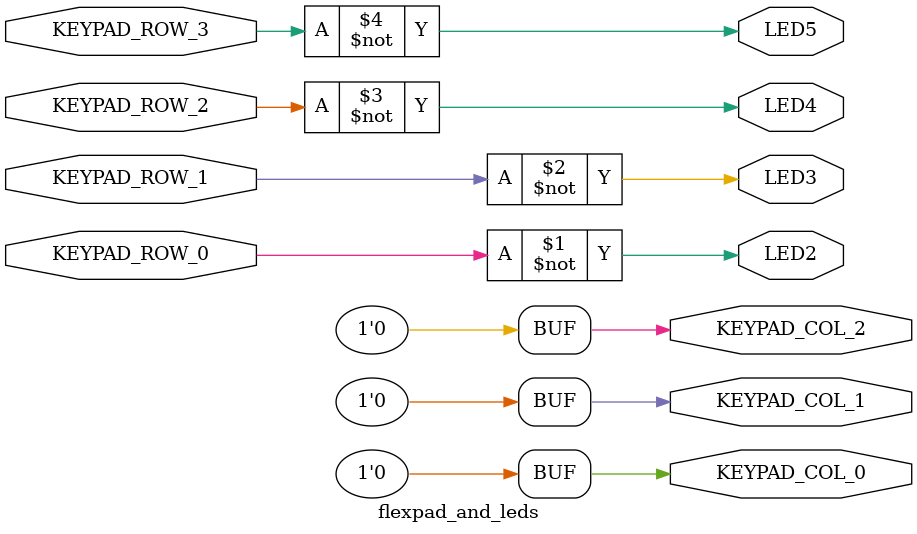
<source format=v>
module top(
	input KEYPAD_ROW_0,
	input KEYPAD_ROW_1,
	input KEYPAD_ROW_2,
	input KEYPAD_ROW_3,
	output KEYPAD_COL_0,
	output KEYPAD_COL_1,
	output KEYPAD_COL_2,
	output LED2,
	output LED3,
	output LED4,
	output LED5
);
	// create io-block instance connected to pin KEYPAD_ROW_0 and initialise
	// it for input and enable pull-up.
	wire keypad_row_0_din;
	SB_IO #(
		.PIN_TYPE(6'b000001),
		.PULLUP(1'b1)
	) keypad_row_0_config (
		.PACKAGE_PIN(KEYPAD_ROW_0),
		.D_IN_0(keypad_row_0_din)
	);

	wire keypad_row_1_din;
	SB_IO #(
		.PIN_TYPE(6'b000001),
		.PULLUP(1'b1)
	) keypad_row_1_config (
		.PACKAGE_PIN(KEYPAD_ROW_1),
		.D_IN_0(keypad_row_1_din)
	);

	wire keypad_row_2_din;
	SB_IO #(
		.PIN_TYPE(6'b000001),
		.PULLUP(1'b1)
	) keypad_row_2_config (
		.PACKAGE_PIN(KEYPAD_ROW_2),
		.D_IN_0(keypad_row_2_din)
	);

	wire keypad_row_3_din;
	SB_IO #(
		.PIN_TYPE(6'b000001),
		.PULLUP(1'b1)
	) keypad_row_3_config (
		.PACKAGE_PIN(KEYPAD_ROW_3),
		.D_IN_0(keypad_row_3_din)
	);

	// instantate a flexpad_and_leds module
	flexpad_and_leds flexpad_and_leds_inst(
		keypad_row_0_din,
		keypad_row_1_din,
		keypad_row_2_din,
		keypad_row_3_din,
		KEYPAD_COL_0,
		KEYPAD_COL_1,
		KEYPAD_COL_2,
		LED2,
		LED3,
		LED4,
		LED5);

endmodule	


module flexpad_and_leds(
	input KEYPAD_ROW_0,
	input KEYPAD_ROW_1,
	input KEYPAD_ROW_2,
	input KEYPAD_ROW_3,
	output KEYPAD_COL_0,
	output KEYPAD_COL_1,
	output KEYPAD_COL_2,
	output LED2,
	output LED3,
	output LED4,
	output LED5
);
	// make cols go low
	assign KEYPAD_COL_0 = 1'b0;
	assign KEYPAD_COL_1 = 1'b0;
	assign KEYPAD_COL_2 = 1'b0;

	// we use active low logic in keys, so we need to invert results
	assign LED2 = ~KEYPAD_ROW_0;
	assign LED3 = ~KEYPAD_ROW_1;
	assign LED4 = ~KEYPAD_ROW_2;
	assign LED5 = ~KEYPAD_ROW_3;
endmodule

</source>
